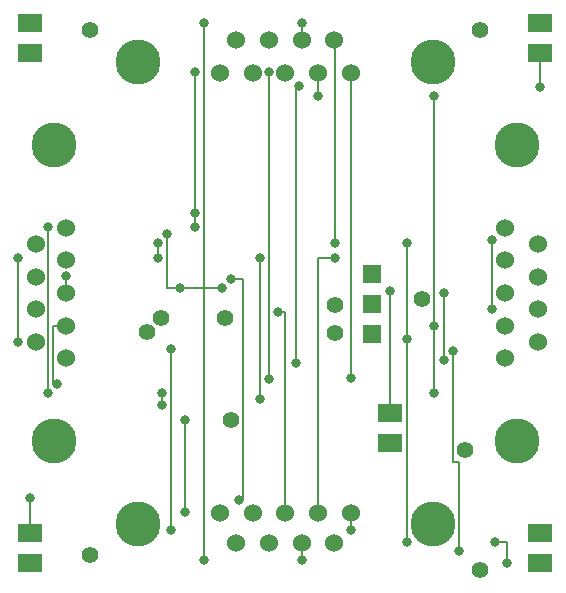
<source format=gbr>
%FSLAX14Y14*%
%MOIN*%
G04 EasyPC Gerber Version 18.0.1 Build 3581 *
%ADD14R,0.06000X0.06000*%
%ADD74C,0.00800*%
%ADD73C,0.03200*%
%ADD17C,0.05600*%
%ADD13C,0.06000*%
%ADD28C,0.15000*%
%ADD72R,0.08000X0.06000*%
X0Y0D02*
D02*
D13*
X1700Y8544D03*
Y9635D03*
Y10725D03*
Y11816D03*
X2700Y7999D03*
Y9089D03*
Y10180D03*
Y11271D03*
Y12361D03*
X7844Y2855D03*
Y17505D03*
X8389Y1855D03*
Y18620D03*
X8934Y2855D03*
Y17505D03*
X9480Y1855D03*
Y18620D03*
X10025Y2855D03*
Y17505D03*
X10570Y1855D03*
Y18620D03*
X11116Y2855D03*
Y17505D03*
X11661Y1855D03*
Y18620D03*
X12206Y2855D03*
Y17505D03*
X17350Y7999D03*
Y9089D03*
Y10180D03*
Y11271D03*
Y12361D03*
X18465Y8544D03*
Y9635D03*
Y10725D03*
Y11816D03*
D02*
D14*
X12900Y8805D03*
Y9805D03*
Y10805D03*
D02*
D17*
X3525Y1430D03*
Y18930D03*
X5425Y8880D03*
X5875Y9330D03*
X8025D03*
X8225Y5930D03*
X11675Y8830D03*
Y9780D03*
X14575Y9980D03*
X16025Y4930D03*
X16525Y930D03*
Y18930D03*
D02*
D28*
X2315Y5260D03*
Y15100D03*
X5105Y2470D03*
Y17890D03*
X14945Y2470D03*
Y17890D03*
X17735Y5260D03*
Y15100D03*
D02*
D72*
X1525Y1180D03*
Y2180D03*
Y18180D03*
Y19180D03*
X13525Y5180D03*
Y6180D03*
X18525Y1180D03*
Y2180D03*
Y18180D03*
Y19180D03*
D02*
D73*
X1125Y8530D03*
Y11330D03*
X1525Y3330D03*
X2125Y6830D03*
Y12380D03*
X2425Y7130D03*
X2725Y10730D03*
X5775Y11330D03*
Y11830D03*
X5925Y6430D03*
Y6830D03*
X6075Y12130D03*
X6225Y2280D03*
Y8305D03*
X6525Y10330D03*
X6675Y2880D03*
Y5930D03*
X7025Y12380D03*
Y12830D03*
Y17530D03*
X7325Y1280D03*
Y19180D03*
X7925Y10330D03*
X8225Y10630D03*
X8475Y3280D03*
X9175Y6630D03*
Y11330D03*
X9475Y7305D03*
Y17530D03*
X9775Y9530D03*
X10375Y7830D03*
X10475Y17080D03*
X10575Y1280D03*
Y19180D03*
X11125Y16730D03*
X11675Y11330D03*
Y11830D03*
X12225Y2280D03*
Y7330D03*
X13525Y10230D03*
X14075Y1880D03*
Y8630D03*
Y11830D03*
X14975Y6830D03*
Y9080D03*
Y16730D03*
X15325Y7930D03*
Y10180D03*
X15625Y8230D03*
X15825Y1580D03*
X16925Y9630D03*
Y11930D03*
X17025Y1880D03*
X17425Y1180D03*
X18525Y17030D03*
D02*
D74*
X1125Y8530D02*
Y11330D01*
X1525Y3330D02*
Y2180D01*
X2125Y12380D02*
Y6830D01*
X2425Y7130D02*
X2275D01*
Y9089*
X2700*
X2725Y10730D02*
Y10180D01*
X2700*
X5775Y11830D02*
Y11330D01*
X5925Y6430D02*
Y6830D01*
X6225Y2280D02*
Y8305D01*
X6675Y5930D02*
Y2880D01*
X7025Y12830D02*
Y12380D01*
Y12830D02*
Y17530D01*
X7325Y1280D02*
Y10330D01*
X6525*
X7325D02*
X7925D01*
X7325D02*
X6075D01*
Y12130*
X7325Y10330D02*
Y19180D01*
X8225Y10630D02*
X8625D01*
Y3280*
X8475*
X9175Y6630D02*
Y11330D01*
X9475Y7305D02*
Y17530D01*
X9775Y9530D02*
X10025D01*
Y2855*
X10375Y7830D02*
Y17080D01*
X10475*
X10575Y1280D02*
Y1855D01*
X10570*
X10575Y19180D02*
Y18620D01*
X10570*
X11125Y16730D02*
Y17505D01*
X11116*
X11675Y11330D02*
X11116D01*
Y2855*
X11675Y11830D02*
Y18620D01*
X11661*
X12225Y2280D02*
Y2855D01*
X12206*
X12225Y7330D02*
Y17505D01*
X12206*
X13525Y10230D02*
Y6180D01*
X14075Y1880D02*
Y8630D01*
Y11830D02*
Y8630D01*
X14975Y9080D02*
Y6830D01*
Y16730D02*
Y9080D01*
X15325Y7930D02*
Y10180D01*
X15825Y1580D02*
Y4530D01*
X15625*
Y8230*
X16925Y11930D02*
Y9630D01*
X17025Y1880D02*
X17425D01*
Y1180*
X18525Y17030D02*
Y18180D01*
X0Y0D02*
M02*

</source>
